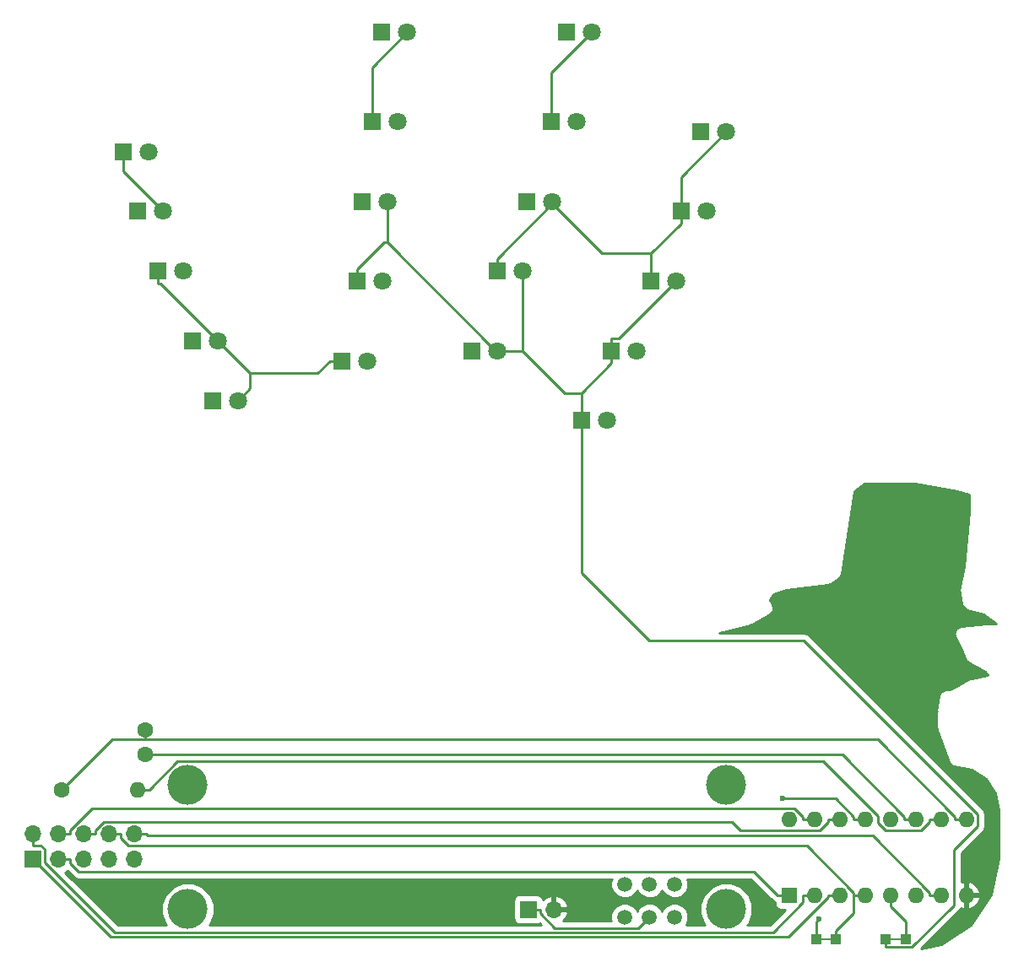
<source format=gbr>
G04 #@! TF.FileFunction,Copper,L1,Top,Signal*
%FSLAX46Y46*%
G04 Gerber Fmt 4.6, Leading zero omitted, Abs format (unit mm)*
G04 Created by KiCad (PCBNEW 4.0.6) date 11/09/17 18:44:29*
%MOMM*%
%LPD*%
G01*
G04 APERTURE LIST*
%ADD10C,0.100000*%
%ADD11C,4.000000*%
%ADD12R,1.800000X1.800000*%
%ADD13C,1.800000*%
%ADD14C,1.600000*%
%ADD15O,1.600000X1.600000*%
%ADD16C,1.500000*%
%ADD17R,1.600000X1.600000*%
%ADD18R,1.700000X1.700000*%
%ADD19O,1.700000X1.700000*%
%ADD20R,1.000000X1.000000*%
%ADD21R,1.000000X0.254000*%
%ADD22C,0.600000*%
%ADD23C,0.250000*%
%ADD24C,0.254000*%
G04 APERTURE END LIST*
D10*
D11*
X172000000Y-145000000D03*
X118000000Y-132500000D03*
X172000000Y-132500000D03*
D12*
X111506000Y-69000000D03*
D13*
X114046000Y-69000000D03*
D12*
X115000000Y-81000000D03*
D13*
X117540000Y-81000000D03*
D12*
X120460000Y-94000000D03*
D13*
X123000000Y-94000000D03*
D12*
X113000000Y-75000000D03*
D13*
X115540000Y-75000000D03*
D12*
X118460000Y-88000000D03*
D13*
X121000000Y-88000000D03*
D12*
X137460000Y-57000000D03*
D13*
X140000000Y-57000000D03*
D12*
X135460000Y-74000000D03*
D13*
X138000000Y-74000000D03*
D12*
X133460000Y-90000000D03*
D13*
X136000000Y-90000000D03*
D12*
X136460000Y-66000000D03*
D13*
X139000000Y-66000000D03*
D12*
X135000000Y-82000000D03*
D13*
X137540000Y-82000000D03*
D12*
X156000000Y-57000000D03*
D13*
X158540000Y-57000000D03*
D12*
X152000000Y-74000000D03*
D13*
X154540000Y-74000000D03*
D12*
X146460000Y-89000000D03*
D13*
X149000000Y-89000000D03*
D12*
X154460000Y-66000000D03*
D13*
X157000000Y-66000000D03*
D12*
X149000000Y-81000000D03*
D13*
X151540000Y-81000000D03*
D12*
X169460000Y-67000000D03*
D13*
X172000000Y-67000000D03*
D12*
X164460000Y-82000000D03*
D13*
X167000000Y-82000000D03*
D12*
X157460000Y-96000000D03*
D13*
X160000000Y-96000000D03*
D12*
X167460000Y-75000000D03*
D13*
X170000000Y-75000000D03*
D12*
X160460000Y-89000000D03*
D13*
X163000000Y-89000000D03*
D14*
X105380000Y-133000000D03*
D15*
X113000000Y-133000000D03*
D16*
X164298000Y-142494000D03*
X166798000Y-142494000D03*
X161798000Y-142494000D03*
X161798000Y-145794000D03*
X164298000Y-145794000D03*
X166798000Y-145794000D03*
D17*
X178300000Y-143620000D03*
D15*
X196080000Y-136000000D03*
X180840000Y-143620000D03*
X193540000Y-136000000D03*
X183380000Y-143620000D03*
X191000000Y-136000000D03*
X185920000Y-143620000D03*
X188460000Y-136000000D03*
X188460000Y-143620000D03*
X185920000Y-136000000D03*
X191000000Y-143620000D03*
X183380000Y-136000000D03*
X193540000Y-143620000D03*
X180840000Y-136000000D03*
X196080000Y-143620000D03*
X178300000Y-136000000D03*
D18*
X152146000Y-145034000D03*
D19*
X154686000Y-145034000D03*
D14*
X113750000Y-129500000D03*
X113750000Y-127000000D03*
D11*
X118000000Y-145000000D03*
D18*
X102460000Y-140000000D03*
D19*
X102460000Y-137460000D03*
X105000000Y-140000000D03*
X105000000Y-137460000D03*
X107540000Y-140000000D03*
X107540000Y-137460000D03*
X110080000Y-140000000D03*
X110080000Y-137460000D03*
X112620000Y-140000000D03*
X112620000Y-137460000D03*
D20*
X183000000Y-148000000D03*
X181000000Y-148000000D03*
D21*
X182000000Y-148000000D03*
D20*
X188000000Y-148000000D03*
X190000000Y-148000000D03*
D21*
X189000000Y-148000000D03*
D22*
X177688400Y-133873800D03*
X181262000Y-146009000D03*
D23*
X189874700Y-135718700D02*
X189874700Y-136000000D01*
X183656000Y-129500000D02*
X189874700Y-135718700D01*
X113750000Y-129500000D02*
X183656000Y-129500000D01*
X191000000Y-136000000D02*
X189874700Y-136000000D01*
X196080000Y-136000000D02*
X194954700Y-136000000D01*
X113750000Y-127000000D02*
X113750000Y-127977900D01*
X110402100Y-127977900D02*
X113750000Y-127977900D01*
X105380000Y-133000000D02*
X110402100Y-127977900D01*
X194954700Y-135718700D02*
X194954700Y-136000000D01*
X187213900Y-127977900D02*
X194954700Y-135718700D01*
X113750000Y-127977900D02*
X187213900Y-127977900D01*
X184794700Y-143338700D02*
X184794700Y-143620000D01*
X180091300Y-138635300D02*
X184794700Y-143338700D01*
X112063200Y-138635300D02*
X180091300Y-138635300D01*
X111255300Y-137827400D02*
X112063200Y-138635300D01*
X111255300Y-137460000D02*
X111255300Y-137827400D01*
X110080000Y-137460000D02*
X111255300Y-137460000D01*
X185920000Y-143620000D02*
X184794700Y-143620000D01*
X184794700Y-145380000D02*
X184794700Y-143620000D01*
X183000000Y-147174700D02*
X184794700Y-145380000D01*
X183000000Y-148000000D02*
X183000000Y-147174700D01*
X190000000Y-146285300D02*
X188460000Y-144745300D01*
X190000000Y-148000000D02*
X190000000Y-146285300D01*
X188460000Y-143620000D02*
X188460000Y-144745300D01*
X182254700Y-143796900D02*
X182254700Y-143620000D01*
X178236700Y-147814900D02*
X182254700Y-143796900D01*
X110274900Y-147814900D02*
X178236700Y-147814900D01*
X102460000Y-140000000D02*
X110274900Y-147814900D01*
X183380000Y-143620000D02*
X182254700Y-143620000D01*
X179714700Y-144323300D02*
X179714700Y-143620000D01*
X176687100Y-147350900D02*
X179714700Y-144323300D01*
X110684100Y-147350900D02*
X176687100Y-147350900D01*
X103635300Y-140302100D02*
X110684100Y-147350900D01*
X103635300Y-139002500D02*
X103635300Y-140302100D01*
X103268100Y-138635300D02*
X103635300Y-139002500D01*
X102460000Y-138635300D02*
X103268100Y-138635300D01*
X102460000Y-137460000D02*
X102460000Y-138635300D01*
X180840000Y-143620000D02*
X179714700Y-143620000D01*
X174782900Y-141228200D02*
X177174700Y-143620000D01*
X107036200Y-141228200D02*
X174782900Y-141228200D01*
X106175300Y-140367300D02*
X107036200Y-141228200D01*
X106175300Y-140000000D02*
X106175300Y-140367300D01*
X105000000Y-140000000D02*
X106175300Y-140000000D01*
X178300000Y-143620000D02*
X177174700Y-143620000D01*
X179714700Y-135718600D02*
X179714700Y-136000000D01*
X178870800Y-134874700D02*
X179714700Y-135718600D01*
X108393300Y-134874700D02*
X178870800Y-134874700D01*
X106175300Y-137092700D02*
X108393300Y-134874700D01*
X106175300Y-137460000D02*
X106175300Y-137092700D01*
X105000000Y-137460000D02*
X106175300Y-137460000D01*
X180840000Y-136000000D02*
X179714700Y-136000000D01*
X184794700Y-135718700D02*
X184794700Y-136000000D01*
X182949800Y-133873800D02*
X184794700Y-135718700D01*
X177688400Y-133873800D02*
X182949800Y-133873800D01*
X185920000Y-136000000D02*
X184794700Y-136000000D01*
X182254700Y-136281400D02*
X182254700Y-136000000D01*
X181410800Y-137125300D02*
X182254700Y-136281400D01*
X173436300Y-137125300D02*
X181410800Y-137125300D01*
X172574500Y-136263500D02*
X173436300Y-137125300D01*
X109544500Y-136263500D02*
X172574500Y-136263500D01*
X108715300Y-137092700D02*
X109544500Y-136263500D01*
X108715300Y-137460000D02*
X108715300Y-137092700D01*
X183380000Y-136000000D02*
X182254700Y-136000000D01*
X107540000Y-137460000D02*
X108715300Y-137460000D01*
X192414700Y-143338700D02*
X192414700Y-143620000D01*
X186692500Y-137616500D02*
X192414700Y-143338700D01*
X113951800Y-137616500D02*
X186692500Y-137616500D01*
X113795300Y-137460000D02*
X113951800Y-137616500D01*
X112620000Y-137460000D02*
X113795300Y-137460000D01*
X193540000Y-143620000D02*
X192414700Y-143620000D01*
X116951300Y-130174000D02*
X114125300Y-133000000D01*
X181690400Y-130174000D02*
X116951300Y-130174000D01*
X187190000Y-135673600D02*
X181690400Y-130174000D01*
X187190000Y-136334300D02*
X187190000Y-135673600D01*
X187998700Y-137143000D02*
X187190000Y-136334300D01*
X191553000Y-137143000D02*
X187998700Y-137143000D01*
X192414700Y-136281300D02*
X191553000Y-137143000D01*
X192414700Y-136000000D02*
X192414700Y-136281300D01*
X193540000Y-136000000D02*
X192414700Y-136000000D01*
X113000000Y-133000000D02*
X114125300Y-133000000D01*
X163191500Y-146900500D02*
X164298000Y-145794000D01*
X154820500Y-146900500D02*
X163191500Y-146900500D01*
X153321300Y-145401300D02*
X154820500Y-146900500D01*
X153321300Y-145034000D02*
X153321300Y-145401300D01*
X152146000Y-145034000D02*
X153321300Y-145034000D01*
X167460000Y-71540000D02*
X172000000Y-67000000D01*
X167460000Y-75000000D02*
X167460000Y-71540000D01*
X136460000Y-60540000D02*
X140000000Y-57000000D01*
X136460000Y-66000000D02*
X136460000Y-60540000D01*
X111506000Y-70966000D02*
X111506000Y-69000000D01*
X115540000Y-75000000D02*
X111506000Y-70966000D01*
X149000000Y-81000000D02*
X149000000Y-79774700D01*
X167460000Y-75000000D02*
X167460000Y-76225300D01*
X149000000Y-79774700D02*
X154540000Y-74234700D01*
X154540000Y-74234700D02*
X154540000Y-74000000D01*
X159530600Y-79225300D02*
X154540000Y-74234700D01*
X164460000Y-79225300D02*
X159530600Y-79225300D01*
X164460000Y-82000000D02*
X164460000Y-79225300D01*
X164460000Y-79225300D02*
X167460000Y-76225300D01*
X181000000Y-146271000D02*
X181262000Y-146009000D01*
X181000000Y-148000000D02*
X181000000Y-146271000D01*
X161225300Y-87774700D02*
X160460000Y-87774700D01*
X167000000Y-82000000D02*
X161225300Y-87774700D01*
X160460000Y-89000000D02*
X160460000Y-87774700D01*
X154460000Y-61080000D02*
X158540000Y-57000000D01*
X154460000Y-66000000D02*
X154460000Y-61080000D01*
X135000000Y-82000000D02*
X135000000Y-80774700D01*
X115225300Y-82225300D02*
X115000000Y-82225300D01*
X121000000Y-88000000D02*
X115225300Y-82225300D01*
X115000000Y-81000000D02*
X115000000Y-82225300D01*
X133460000Y-90000000D02*
X132234700Y-90000000D01*
X131000900Y-91233800D02*
X124233800Y-91233800D01*
X132234700Y-90000000D02*
X131000900Y-91233800D01*
X124233800Y-92766200D02*
X124233800Y-91233800D01*
X123000000Y-94000000D02*
X124233800Y-92766200D01*
X124233800Y-91233800D02*
X121000000Y-88000000D01*
X137673900Y-78100800D02*
X135000000Y-80774700D01*
X138000000Y-78100800D02*
X137673900Y-78100800D01*
X138000000Y-78100800D02*
X138000000Y-74000000D01*
X148899200Y-89000000D02*
X138000000Y-78100800D01*
X149000000Y-89000000D02*
X148899200Y-89000000D01*
X160460000Y-89000000D02*
X160460000Y-90225300D01*
X151540000Y-81000000D02*
X151540000Y-89000000D01*
X151540000Y-89000000D02*
X149000000Y-89000000D01*
X155765300Y-93225300D02*
X151540000Y-89000000D01*
X157460000Y-93225300D02*
X155765300Y-93225300D01*
X157460000Y-96000000D02*
X157460000Y-93225300D01*
X157460000Y-93225300D02*
X160460000Y-90225300D01*
X157460000Y-111255600D02*
X157460000Y-96000000D01*
X164282100Y-118077700D02*
X157460000Y-111255600D01*
X179797400Y-118077700D02*
X164282100Y-118077700D01*
X197223900Y-135504200D02*
X179797400Y-118077700D01*
X197223900Y-136645300D02*
X197223900Y-135504200D01*
X194810000Y-139059200D02*
X197223900Y-136645300D01*
X194810000Y-144653800D02*
X194810000Y-139059200D01*
X190638500Y-148825300D02*
X194810000Y-144653800D01*
X188000000Y-148825300D02*
X190638500Y-148825300D01*
X188000000Y-148000000D02*
X188000000Y-148825300D01*
D24*
G36*
X195166348Y-103054796D02*
X196394000Y-103405554D01*
X196394000Y-105123796D01*
X195893886Y-110625052D01*
X195399199Y-112603800D01*
X195398893Y-112610091D01*
X195396303Y-112615830D01*
X195392170Y-112748223D01*
X195385733Y-112880500D01*
X195387857Y-112886426D01*
X195387660Y-112892723D01*
X195641660Y-114416724D01*
X195684399Y-114529754D01*
X195721348Y-114644807D01*
X195733174Y-114658749D01*
X195739639Y-114675847D01*
X195822382Y-114763922D01*
X195900545Y-114856072D01*
X195916802Y-114864425D01*
X195929321Y-114877751D01*
X196039471Y-114927457D01*
X196146948Y-114982682D01*
X197807075Y-115457004D01*
X199091955Y-116374775D01*
X199089649Y-116384000D01*
X198120000Y-116384000D01*
X198084935Y-116390975D01*
X198049352Y-116387524D01*
X195509352Y-116641524D01*
X195386427Y-116679014D01*
X195262478Y-116712957D01*
X195254288Y-116719314D01*
X195244374Y-116722337D01*
X195145154Y-116804012D01*
X195043628Y-116882807D01*
X195038495Y-116891811D01*
X195030490Y-116898401D01*
X194970078Y-117011833D01*
X194906435Y-117123478D01*
X194905138Y-117133765D01*
X194900266Y-117142913D01*
X194887861Y-117270821D01*
X194871787Y-117398331D01*
X194874525Y-117408329D01*
X194873524Y-117418648D01*
X194911014Y-117541573D01*
X194944957Y-117665522D01*
X195684391Y-119144390D01*
X195922435Y-119858522D01*
X195981461Y-119962068D01*
X196034650Y-120068724D01*
X196049731Y-120081832D01*
X196059628Y-120099193D01*
X196153786Y-120172270D01*
X196243741Y-120250453D01*
X197939185Y-121219277D01*
X198222375Y-121502467D01*
X198195490Y-121542793D01*
X196187979Y-121988907D01*
X196068675Y-122041474D01*
X195948163Y-122091244D01*
X195222943Y-122574724D01*
X194396392Y-122988000D01*
X194056000Y-122988000D01*
X193976671Y-123003780D01*
X193895830Y-123006303D01*
X193842105Y-123030547D01*
X193784295Y-123042046D01*
X193717045Y-123086980D01*
X193643321Y-123120249D01*
X193602963Y-123163207D01*
X193553954Y-123195954D01*
X193509018Y-123263205D01*
X193453639Y-123322153D01*
X193432792Y-123377287D01*
X193400046Y-123426295D01*
X193384267Y-123505619D01*
X193355660Y-123581276D01*
X193101660Y-125105277D01*
X193103499Y-125164191D01*
X193092000Y-125222000D01*
X193092000Y-126746000D01*
X193116309Y-126868210D01*
X193135720Y-126991299D01*
X194333721Y-130245299D01*
X194377531Y-130316898D01*
X194409656Y-130394455D01*
X194449156Y-130433955D01*
X194478310Y-130481601D01*
X194546192Y-130530989D01*
X194605546Y-130590343D01*
X194657149Y-130611718D01*
X194702322Y-130644584D01*
X194783935Y-130664235D01*
X194861486Y-130696358D01*
X196636390Y-131049408D01*
X198023654Y-131976349D01*
X198950592Y-133363610D01*
X199290000Y-135069931D01*
X199290000Y-139930069D01*
X198569989Y-143549807D01*
X196559187Y-146559186D01*
X193549805Y-148569990D01*
X191575997Y-148962605D01*
X195347401Y-145191201D01*
X195512148Y-144944639D01*
X195516442Y-144923053D01*
X195730961Y-145011904D01*
X195953000Y-144889915D01*
X195953000Y-143747000D01*
X196207000Y-143747000D01*
X196207000Y-144889915D01*
X196429039Y-145011904D01*
X196817423Y-144851041D01*
X197232389Y-144475134D01*
X197471914Y-143969041D01*
X197350629Y-143747000D01*
X196207000Y-143747000D01*
X195953000Y-143747000D01*
X195933000Y-143747000D01*
X195933000Y-143493000D01*
X195953000Y-143493000D01*
X195953000Y-142350085D01*
X196207000Y-142350085D01*
X196207000Y-143493000D01*
X197350629Y-143493000D01*
X197471914Y-143270959D01*
X197232389Y-142764866D01*
X196817423Y-142388959D01*
X196429039Y-142228096D01*
X196207000Y-142350085D01*
X195953000Y-142350085D01*
X195730961Y-142228096D01*
X195570000Y-142294764D01*
X195570000Y-139374002D01*
X197761301Y-137182701D01*
X197926048Y-136936139D01*
X197983900Y-136645300D01*
X197983900Y-135504200D01*
X197926048Y-135213361D01*
X197761301Y-134966799D01*
X180334801Y-117540299D01*
X180088239Y-117375552D01*
X179797400Y-117317700D01*
X171330900Y-117317700D01*
X174423219Y-116511008D01*
X174507461Y-116470155D01*
X174596259Y-116440453D01*
X176374258Y-115424453D01*
X176392948Y-115408209D01*
X176415837Y-115398756D01*
X176496911Y-115317851D01*
X176583350Y-115242724D01*
X176594401Y-115220565D01*
X176611930Y-115203072D01*
X176655871Y-115097302D01*
X176706982Y-114994814D01*
X176708711Y-114970113D01*
X176718213Y-114947242D01*
X176718332Y-114832701D01*
X176726331Y-114718462D01*
X176718476Y-114694979D01*
X176718502Y-114670214D01*
X176674779Y-114564345D01*
X176638452Y-114455742D01*
X176622210Y-114437054D01*
X176612756Y-114414163D01*
X176353988Y-114026011D01*
X176749690Y-113366509D01*
X177955360Y-112964619D01*
X182200958Y-112465137D01*
X182227688Y-112456473D01*
X182255786Y-112456502D01*
X182358635Y-112414026D01*
X182464487Y-112379715D01*
X182485866Y-112361482D01*
X182511837Y-112350756D01*
X183273837Y-111842756D01*
X183286939Y-111829682D01*
X183303659Y-111821748D01*
X183384550Y-111732274D01*
X183469930Y-111647072D01*
X183477031Y-111629980D01*
X183489443Y-111616251D01*
X183529934Y-111502639D01*
X183576213Y-111391243D01*
X183576232Y-111372733D01*
X183582445Y-111355301D01*
X184806513Y-103031639D01*
X185888971Y-102310000D01*
X190945835Y-102310000D01*
X195166348Y-103054796D01*
X195166348Y-103054796D01*
G37*
X195166348Y-103054796D02*
X196394000Y-103405554D01*
X196394000Y-105123796D01*
X195893886Y-110625052D01*
X195399199Y-112603800D01*
X195398893Y-112610091D01*
X195396303Y-112615830D01*
X195392170Y-112748223D01*
X195385733Y-112880500D01*
X195387857Y-112886426D01*
X195387660Y-112892723D01*
X195641660Y-114416724D01*
X195684399Y-114529754D01*
X195721348Y-114644807D01*
X195733174Y-114658749D01*
X195739639Y-114675847D01*
X195822382Y-114763922D01*
X195900545Y-114856072D01*
X195916802Y-114864425D01*
X195929321Y-114877751D01*
X196039471Y-114927457D01*
X196146948Y-114982682D01*
X197807075Y-115457004D01*
X199091955Y-116374775D01*
X199089649Y-116384000D01*
X198120000Y-116384000D01*
X198084935Y-116390975D01*
X198049352Y-116387524D01*
X195509352Y-116641524D01*
X195386427Y-116679014D01*
X195262478Y-116712957D01*
X195254288Y-116719314D01*
X195244374Y-116722337D01*
X195145154Y-116804012D01*
X195043628Y-116882807D01*
X195038495Y-116891811D01*
X195030490Y-116898401D01*
X194970078Y-117011833D01*
X194906435Y-117123478D01*
X194905138Y-117133765D01*
X194900266Y-117142913D01*
X194887861Y-117270821D01*
X194871787Y-117398331D01*
X194874525Y-117408329D01*
X194873524Y-117418648D01*
X194911014Y-117541573D01*
X194944957Y-117665522D01*
X195684391Y-119144390D01*
X195922435Y-119858522D01*
X195981461Y-119962068D01*
X196034650Y-120068724D01*
X196049731Y-120081832D01*
X196059628Y-120099193D01*
X196153786Y-120172270D01*
X196243741Y-120250453D01*
X197939185Y-121219277D01*
X198222375Y-121502467D01*
X198195490Y-121542793D01*
X196187979Y-121988907D01*
X196068675Y-122041474D01*
X195948163Y-122091244D01*
X195222943Y-122574724D01*
X194396392Y-122988000D01*
X194056000Y-122988000D01*
X193976671Y-123003780D01*
X193895830Y-123006303D01*
X193842105Y-123030547D01*
X193784295Y-123042046D01*
X193717045Y-123086980D01*
X193643321Y-123120249D01*
X193602963Y-123163207D01*
X193553954Y-123195954D01*
X193509018Y-123263205D01*
X193453639Y-123322153D01*
X193432792Y-123377287D01*
X193400046Y-123426295D01*
X193384267Y-123505619D01*
X193355660Y-123581276D01*
X193101660Y-125105277D01*
X193103499Y-125164191D01*
X193092000Y-125222000D01*
X193092000Y-126746000D01*
X193116309Y-126868210D01*
X193135720Y-126991299D01*
X194333721Y-130245299D01*
X194377531Y-130316898D01*
X194409656Y-130394455D01*
X194449156Y-130433955D01*
X194478310Y-130481601D01*
X194546192Y-130530989D01*
X194605546Y-130590343D01*
X194657149Y-130611718D01*
X194702322Y-130644584D01*
X194783935Y-130664235D01*
X194861486Y-130696358D01*
X196636390Y-131049408D01*
X198023654Y-131976349D01*
X198950592Y-133363610D01*
X199290000Y-135069931D01*
X199290000Y-139930069D01*
X198569989Y-143549807D01*
X196559187Y-146559186D01*
X193549805Y-148569990D01*
X191575997Y-148962605D01*
X195347401Y-145191201D01*
X195512148Y-144944639D01*
X195516442Y-144923053D01*
X195730961Y-145011904D01*
X195953000Y-144889915D01*
X195953000Y-143747000D01*
X196207000Y-143747000D01*
X196207000Y-144889915D01*
X196429039Y-145011904D01*
X196817423Y-144851041D01*
X197232389Y-144475134D01*
X197471914Y-143969041D01*
X197350629Y-143747000D01*
X196207000Y-143747000D01*
X195953000Y-143747000D01*
X195933000Y-143747000D01*
X195933000Y-143493000D01*
X195953000Y-143493000D01*
X195953000Y-142350085D01*
X196207000Y-142350085D01*
X196207000Y-143493000D01*
X197350629Y-143493000D01*
X197471914Y-143270959D01*
X197232389Y-142764866D01*
X196817423Y-142388959D01*
X196429039Y-142228096D01*
X196207000Y-142350085D01*
X195953000Y-142350085D01*
X195730961Y-142228096D01*
X195570000Y-142294764D01*
X195570000Y-139374002D01*
X197761301Y-137182701D01*
X197926048Y-136936139D01*
X197983900Y-136645300D01*
X197983900Y-135504200D01*
X197926048Y-135213361D01*
X197761301Y-134966799D01*
X180334801Y-117540299D01*
X180088239Y-117375552D01*
X179797400Y-117317700D01*
X171330900Y-117317700D01*
X174423219Y-116511008D01*
X174507461Y-116470155D01*
X174596259Y-116440453D01*
X176374258Y-115424453D01*
X176392948Y-115408209D01*
X176415837Y-115398756D01*
X176496911Y-115317851D01*
X176583350Y-115242724D01*
X176594401Y-115220565D01*
X176611930Y-115203072D01*
X176655871Y-115097302D01*
X176706982Y-114994814D01*
X176708711Y-114970113D01*
X176718213Y-114947242D01*
X176718332Y-114832701D01*
X176726331Y-114718462D01*
X176718476Y-114694979D01*
X176718502Y-114670214D01*
X176674779Y-114564345D01*
X176638452Y-114455742D01*
X176622210Y-114437054D01*
X176612756Y-114414163D01*
X176353988Y-114026011D01*
X176749690Y-113366509D01*
X177955360Y-112964619D01*
X182200958Y-112465137D01*
X182227688Y-112456473D01*
X182255786Y-112456502D01*
X182358635Y-112414026D01*
X182464487Y-112379715D01*
X182485866Y-112361482D01*
X182511837Y-112350756D01*
X183273837Y-111842756D01*
X183286939Y-111829682D01*
X183303659Y-111821748D01*
X183384550Y-111732274D01*
X183469930Y-111647072D01*
X183477031Y-111629980D01*
X183489443Y-111616251D01*
X183529934Y-111502639D01*
X183576213Y-111391243D01*
X183576232Y-111372733D01*
X183582445Y-111355301D01*
X184806513Y-103031639D01*
X185888971Y-102310000D01*
X190945835Y-102310000D01*
X195166348Y-103054796D01*
G36*
X106498799Y-141765601D02*
X106745360Y-141930348D01*
X106793614Y-141939946D01*
X107036200Y-141988200D01*
X160508371Y-141988200D01*
X160413241Y-142217298D01*
X160412760Y-142768285D01*
X160623169Y-143277515D01*
X161012436Y-143667461D01*
X161521298Y-143878759D01*
X162072285Y-143879240D01*
X162581515Y-143668831D01*
X162971461Y-143279564D01*
X163047927Y-143095414D01*
X163123169Y-143277515D01*
X163512436Y-143667461D01*
X164021298Y-143878759D01*
X164572285Y-143879240D01*
X165081515Y-143668831D01*
X165471461Y-143279564D01*
X165547927Y-143095414D01*
X165623169Y-143277515D01*
X166012436Y-143667461D01*
X166521298Y-143878759D01*
X167072285Y-143879240D01*
X167581515Y-143668831D01*
X167971461Y-143279564D01*
X168182759Y-142770702D01*
X168183240Y-142219715D01*
X168087580Y-141988200D01*
X174468098Y-141988200D01*
X176637299Y-144157401D01*
X176852560Y-144301233D01*
X176852560Y-144420000D01*
X176896838Y-144655317D01*
X177035910Y-144871441D01*
X177248110Y-145016431D01*
X177500000Y-145067440D01*
X177895758Y-145067440D01*
X176372298Y-146590900D01*
X174136031Y-146590900D01*
X174232542Y-146494557D01*
X174634542Y-145526433D01*
X174635457Y-144478166D01*
X174235147Y-143509342D01*
X173494557Y-142767458D01*
X172526433Y-142365458D01*
X171478166Y-142364543D01*
X170509342Y-142764853D01*
X169767458Y-143505443D01*
X169365458Y-144473567D01*
X169364543Y-145521834D01*
X169764853Y-146490658D01*
X169864920Y-146590900D01*
X167960105Y-146590900D01*
X167971461Y-146579564D01*
X168182759Y-146070702D01*
X168183240Y-145519715D01*
X167972831Y-145010485D01*
X167583564Y-144620539D01*
X167074702Y-144409241D01*
X166523715Y-144408760D01*
X166014485Y-144619169D01*
X165624539Y-145008436D01*
X165548073Y-145192586D01*
X165472831Y-145010485D01*
X165083564Y-144620539D01*
X164574702Y-144409241D01*
X164023715Y-144408760D01*
X163514485Y-144619169D01*
X163124539Y-145008436D01*
X163048073Y-145192586D01*
X162972831Y-145010485D01*
X162583564Y-144620539D01*
X162074702Y-144409241D01*
X161523715Y-144408760D01*
X161014485Y-144619169D01*
X160624539Y-145008436D01*
X160413241Y-145517298D01*
X160412760Y-146068285D01*
X160442599Y-146140500D01*
X155634136Y-146140500D01*
X155881183Y-145915358D01*
X156127486Y-145390892D01*
X156006819Y-145161000D01*
X154813000Y-145161000D01*
X154813000Y-145181000D01*
X154559000Y-145181000D01*
X154559000Y-145161000D01*
X154539000Y-145161000D01*
X154539000Y-144907000D01*
X154559000Y-144907000D01*
X154559000Y-143713845D01*
X154813000Y-143713845D01*
X154813000Y-144907000D01*
X156006819Y-144907000D01*
X156127486Y-144677108D01*
X155881183Y-144152642D01*
X155452924Y-143762355D01*
X155042890Y-143592524D01*
X154813000Y-143713845D01*
X154559000Y-143713845D01*
X154329110Y-143592524D01*
X153919076Y-143762355D01*
X153616063Y-144038501D01*
X153599162Y-143948683D01*
X153460090Y-143732559D01*
X153247890Y-143587569D01*
X152996000Y-143536560D01*
X151296000Y-143536560D01*
X151060683Y-143580838D01*
X150844559Y-143719910D01*
X150699569Y-143932110D01*
X150648560Y-144184000D01*
X150648560Y-145884000D01*
X150692838Y-146119317D01*
X150831910Y-146335441D01*
X151044110Y-146480431D01*
X151296000Y-146531440D01*
X152996000Y-146531440D01*
X153231317Y-146487162D01*
X153292798Y-146447600D01*
X153436098Y-146590900D01*
X120136031Y-146590900D01*
X120232542Y-146494557D01*
X120634542Y-145526433D01*
X120635457Y-144478166D01*
X120235147Y-143509342D01*
X119494557Y-142767458D01*
X118526433Y-142365458D01*
X117478166Y-142364543D01*
X116509342Y-142764853D01*
X115767458Y-143505443D01*
X115365458Y-144473567D01*
X115364543Y-145521834D01*
X115764853Y-146490658D01*
X115864920Y-146590900D01*
X110998902Y-146590900D01*
X105712617Y-141304615D01*
X105907558Y-141174360D01*
X106498799Y-141765601D01*
X106498799Y-141765601D01*
G37*
X106498799Y-141765601D02*
X106745360Y-141930348D01*
X106793614Y-141939946D01*
X107036200Y-141988200D01*
X160508371Y-141988200D01*
X160413241Y-142217298D01*
X160412760Y-142768285D01*
X160623169Y-143277515D01*
X161012436Y-143667461D01*
X161521298Y-143878759D01*
X162072285Y-143879240D01*
X162581515Y-143668831D01*
X162971461Y-143279564D01*
X163047927Y-143095414D01*
X163123169Y-143277515D01*
X163512436Y-143667461D01*
X164021298Y-143878759D01*
X164572285Y-143879240D01*
X165081515Y-143668831D01*
X165471461Y-143279564D01*
X165547927Y-143095414D01*
X165623169Y-143277515D01*
X166012436Y-143667461D01*
X166521298Y-143878759D01*
X167072285Y-143879240D01*
X167581515Y-143668831D01*
X167971461Y-143279564D01*
X168182759Y-142770702D01*
X168183240Y-142219715D01*
X168087580Y-141988200D01*
X174468098Y-141988200D01*
X176637299Y-144157401D01*
X176852560Y-144301233D01*
X176852560Y-144420000D01*
X176896838Y-144655317D01*
X177035910Y-144871441D01*
X177248110Y-145016431D01*
X177500000Y-145067440D01*
X177895758Y-145067440D01*
X176372298Y-146590900D01*
X174136031Y-146590900D01*
X174232542Y-146494557D01*
X174634542Y-145526433D01*
X174635457Y-144478166D01*
X174235147Y-143509342D01*
X173494557Y-142767458D01*
X172526433Y-142365458D01*
X171478166Y-142364543D01*
X170509342Y-142764853D01*
X169767458Y-143505443D01*
X169365458Y-144473567D01*
X169364543Y-145521834D01*
X169764853Y-146490658D01*
X169864920Y-146590900D01*
X167960105Y-146590900D01*
X167971461Y-146579564D01*
X168182759Y-146070702D01*
X168183240Y-145519715D01*
X167972831Y-145010485D01*
X167583564Y-144620539D01*
X167074702Y-144409241D01*
X166523715Y-144408760D01*
X166014485Y-144619169D01*
X165624539Y-145008436D01*
X165548073Y-145192586D01*
X165472831Y-145010485D01*
X165083564Y-144620539D01*
X164574702Y-144409241D01*
X164023715Y-144408760D01*
X163514485Y-144619169D01*
X163124539Y-145008436D01*
X163048073Y-145192586D01*
X162972831Y-145010485D01*
X162583564Y-144620539D01*
X162074702Y-144409241D01*
X161523715Y-144408760D01*
X161014485Y-144619169D01*
X160624539Y-145008436D01*
X160413241Y-145517298D01*
X160412760Y-146068285D01*
X160442599Y-146140500D01*
X155634136Y-146140500D01*
X155881183Y-145915358D01*
X156127486Y-145390892D01*
X156006819Y-145161000D01*
X154813000Y-145161000D01*
X154813000Y-145181000D01*
X154559000Y-145181000D01*
X154559000Y-145161000D01*
X154539000Y-145161000D01*
X154539000Y-144907000D01*
X154559000Y-144907000D01*
X154559000Y-143713845D01*
X154813000Y-143713845D01*
X154813000Y-144907000D01*
X156006819Y-144907000D01*
X156127486Y-144677108D01*
X155881183Y-144152642D01*
X155452924Y-143762355D01*
X155042890Y-143592524D01*
X154813000Y-143713845D01*
X154559000Y-143713845D01*
X154329110Y-143592524D01*
X153919076Y-143762355D01*
X153616063Y-144038501D01*
X153599162Y-143948683D01*
X153460090Y-143732559D01*
X153247890Y-143587569D01*
X152996000Y-143536560D01*
X151296000Y-143536560D01*
X151060683Y-143580838D01*
X150844559Y-143719910D01*
X150699569Y-143932110D01*
X150648560Y-144184000D01*
X150648560Y-145884000D01*
X150692838Y-146119317D01*
X150831910Y-146335441D01*
X151044110Y-146480431D01*
X151296000Y-146531440D01*
X152996000Y-146531440D01*
X153231317Y-146487162D01*
X153292798Y-146447600D01*
X153436098Y-146590900D01*
X120136031Y-146590900D01*
X120232542Y-146494557D01*
X120634542Y-145526433D01*
X120635457Y-144478166D01*
X120235147Y-143509342D01*
X119494557Y-142767458D01*
X118526433Y-142365458D01*
X117478166Y-142364543D01*
X116509342Y-142764853D01*
X115767458Y-143505443D01*
X115365458Y-144473567D01*
X115364543Y-145521834D01*
X115764853Y-146490658D01*
X115864920Y-146590900D01*
X110998902Y-146590900D01*
X105712617Y-141304615D01*
X105907558Y-141174360D01*
X106498799Y-141765601D01*
G36*
X188587000Y-135873000D02*
X188607000Y-135873000D01*
X188607000Y-136127000D01*
X188587000Y-136127000D01*
X188587000Y-136147000D01*
X188333000Y-136147000D01*
X188333000Y-136127000D01*
X188313000Y-136127000D01*
X188313000Y-135873000D01*
X188333000Y-135873000D01*
X188333000Y-135853000D01*
X188587000Y-135853000D01*
X188587000Y-135873000D01*
X188587000Y-135873000D01*
G37*
X188587000Y-135873000D02*
X188607000Y-135873000D01*
X188607000Y-136127000D01*
X188587000Y-136127000D01*
X188587000Y-136147000D01*
X188333000Y-136147000D01*
X188333000Y-136127000D01*
X188313000Y-136127000D01*
X188313000Y-135873000D01*
X188333000Y-135873000D01*
X188333000Y-135853000D01*
X188587000Y-135853000D01*
X188587000Y-135873000D01*
M02*

</source>
